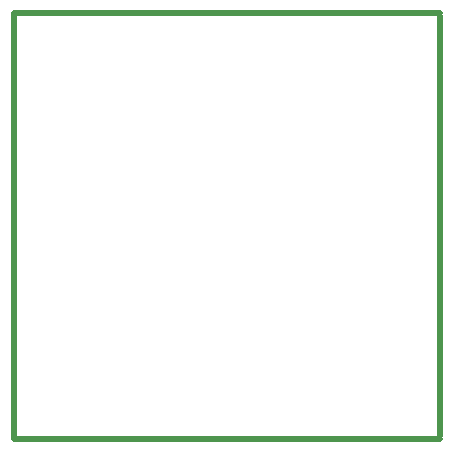
<source format=gbr>
%FSTAX24Y24*%
%MOIN*%
%IN SILK2.GBR *%
%ADD10C,0.0200*%
D10*G01X0142D01*X0Y0142D02*X0142D01*X0D02*Y0D01*X0142Y0141D02*Y0001D01*
M02*
</source>
